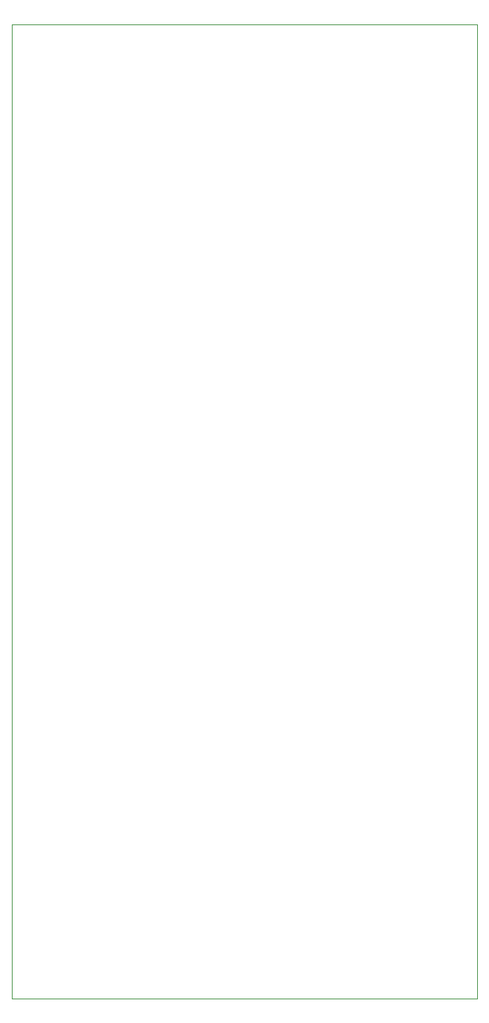
<source format=gbr>
%TF.GenerationSoftware,KiCad,Pcbnew,7.0.1*%
%TF.CreationDate,2023-03-17T17:08:38-04:00*%
%TF.ProjectId,ticker,7469636b-6572-42e6-9b69-6361645f7063,rev?*%
%TF.SameCoordinates,Original*%
%TF.FileFunction,Profile,NP*%
%FSLAX46Y46*%
G04 Gerber Fmt 4.6, Leading zero omitted, Abs format (unit mm)*
G04 Created by KiCad (PCBNEW 7.0.1) date 2023-03-17 17:08:38*
%MOMM*%
%LPD*%
G01*
G04 APERTURE LIST*
%TA.AperFunction,Profile*%
%ADD10C,0.050000*%
%TD*%
G04 APERTURE END LIST*
D10*
X123200000Y-43400000D02*
X176400000Y-43400000D01*
X176400000Y-154800000D01*
X123200000Y-154800000D01*
X123200000Y-43400000D01*
M02*

</source>
